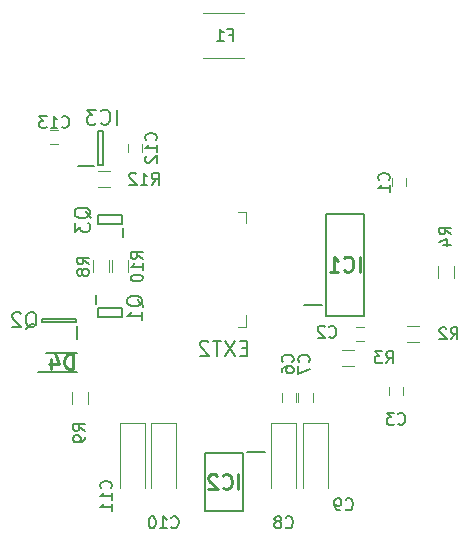
<source format=gbo>
G04 #@! TF.FileFunction,Legend,Bot*
%FSLAX46Y46*%
G04 Gerber Fmt 4.6, Leading zero omitted, Abs format (unit mm)*
G04 Created by KiCad (PCBNEW 4.0.7) date 06/27/18 00:10:41*
%MOMM*%
%LPD*%
G01*
G04 APERTURE LIST*
%ADD10C,0.150000*%
%ADD11C,0.120000*%
%ADD12C,0.200000*%
%ADD13C,0.100000*%
%ADD14C,0.254000*%
G04 APERTURE END LIST*
D10*
D11*
X162620000Y-97262200D02*
X162620000Y-97962200D01*
X163820000Y-97962200D02*
X163820000Y-97262200D01*
X162366000Y-114915000D02*
X162366000Y-115615000D01*
X163566000Y-115615000D02*
X163566000Y-114915000D01*
X153265000Y-115469000D02*
X153265000Y-116169000D01*
X154465000Y-116169000D02*
X154465000Y-115469000D01*
X154683000Y-115486000D02*
X154683000Y-116186000D01*
X155883000Y-116186000D02*
X155883000Y-115486000D01*
X146631000Y-83286200D02*
X150091000Y-83286200D01*
X146631000Y-87046200D02*
X150091000Y-87046200D01*
D12*
X149961000Y-120561000D02*
X146761000Y-120561000D01*
X146761000Y-120561000D02*
X146761000Y-125463000D01*
X146761000Y-125463000D02*
X149961000Y-125463000D01*
X149961000Y-125463000D02*
X149961000Y-120561000D01*
X151836000Y-120432000D02*
X150311000Y-120432000D01*
X137747000Y-96141200D02*
X138147000Y-96141200D01*
X138147000Y-96141200D02*
X138147000Y-93241200D01*
X138147000Y-93241200D02*
X137747000Y-93241200D01*
X137747000Y-93241200D02*
X137747000Y-96141200D01*
X135997000Y-96191200D02*
X137397000Y-96191200D01*
X139709000Y-101162000D02*
X139709000Y-100412000D01*
X139709000Y-100412000D02*
X137709000Y-100412000D01*
X137709000Y-100412000D02*
X137709000Y-101162000D01*
X137709000Y-101162000D02*
X139709000Y-101162000D01*
X139859000Y-102262000D02*
X139859000Y-101512000D01*
D11*
X164863000Y-109759000D02*
X163863000Y-109759000D01*
X163863000Y-111119000D02*
X164863000Y-111119000D01*
X159402000Y-111791000D02*
X158402000Y-111791000D01*
X158402000Y-113151000D02*
X159402000Y-113151000D01*
X167837000Y-105732000D02*
X167837000Y-104732000D01*
X166477000Y-104732000D02*
X166477000Y-105732000D01*
X138627000Y-105224000D02*
X138627000Y-104224000D01*
X137267000Y-104224000D02*
X137267000Y-105224000D01*
X136849000Y-116400000D02*
X136849000Y-115400000D01*
X135489000Y-115400000D02*
X135489000Y-116400000D01*
X138918000Y-104224000D02*
X138918000Y-105224000D01*
X140278000Y-105224000D02*
X140278000Y-104224000D01*
X137701000Y-98038200D02*
X138701000Y-98038200D01*
X138701000Y-96678200D02*
X137701000Y-96678200D01*
X160268000Y-109839000D02*
X159568000Y-109839000D01*
X159568000Y-111039000D02*
X160268000Y-111039000D01*
X152391000Y-117969000D02*
X152391000Y-123469000D01*
X154491000Y-117969000D02*
X154491000Y-123469000D01*
X152391000Y-117969000D02*
X154491000Y-117969000D01*
X155058000Y-117969000D02*
X155058000Y-123469000D01*
X157158000Y-117969000D02*
X157158000Y-123469000D01*
X155058000Y-117969000D02*
X157158000Y-117969000D01*
X142231000Y-117969000D02*
X142231000Y-123469000D01*
X144331000Y-117969000D02*
X144331000Y-123469000D01*
X142231000Y-117969000D02*
X144331000Y-117969000D01*
X139564000Y-117969000D02*
X139564000Y-123469000D01*
X141664000Y-117969000D02*
X141664000Y-123469000D01*
X139564000Y-117969000D02*
X141664000Y-117969000D01*
X140268000Y-94341200D02*
X140268000Y-95041200D01*
X141468000Y-95041200D02*
X141468000Y-94341200D01*
X134360000Y-93202200D02*
X133660000Y-93202200D01*
X133660000Y-94402200D02*
X134360000Y-94402200D01*
D12*
X132595000Y-113652000D02*
X135945000Y-113652000D01*
X133345000Y-112052000D02*
X135945000Y-112052000D01*
D13*
X149561000Y-100128000D02*
X150261000Y-100128000D01*
X150261000Y-100128000D02*
X150261000Y-101078000D01*
X149561000Y-109828000D02*
X150261000Y-109828000D01*
X150261000Y-109828000D02*
X150261000Y-108878000D01*
D12*
X137709000Y-108286000D02*
X137709000Y-109036000D01*
X137709000Y-109036000D02*
X139709000Y-109036000D01*
X139709000Y-109036000D02*
X139709000Y-108286000D01*
X139709000Y-108286000D02*
X137709000Y-108286000D01*
X137559000Y-107186000D02*
X137559000Y-107936000D01*
X135841000Y-109446000D02*
X135841000Y-109146000D01*
X135841000Y-109146000D02*
X132941000Y-109146000D01*
X132941000Y-109146000D02*
X132941000Y-109446000D01*
X132941000Y-109446000D02*
X135841000Y-109446000D01*
X135926000Y-110896000D02*
X135926000Y-109796000D01*
X157048000Y-108921000D02*
X160248000Y-108921000D01*
X160248000Y-108921000D02*
X160248000Y-100273000D01*
X160248000Y-100273000D02*
X157048000Y-100273000D01*
X157048000Y-100273000D02*
X157048000Y-108921000D01*
X155173000Y-108022000D02*
X156699000Y-108022000D01*
D10*
X162327143Y-97445534D02*
X162374762Y-97397915D01*
X162422381Y-97255058D01*
X162422381Y-97159820D01*
X162374762Y-97016962D01*
X162279524Y-96921724D01*
X162184286Y-96874105D01*
X161993810Y-96826486D01*
X161850952Y-96826486D01*
X161660476Y-96874105D01*
X161565238Y-96921724D01*
X161470000Y-97016962D01*
X161422381Y-97159820D01*
X161422381Y-97255058D01*
X161470000Y-97397915D01*
X161517619Y-97445534D01*
X162422381Y-98397915D02*
X162422381Y-97826486D01*
X162422381Y-98112200D02*
X161422381Y-98112200D01*
X161565238Y-98016962D01*
X161660476Y-97921724D01*
X161708095Y-97826486D01*
X163132666Y-118035143D02*
X163180285Y-118082762D01*
X163323142Y-118130381D01*
X163418380Y-118130381D01*
X163561238Y-118082762D01*
X163656476Y-117987524D01*
X163704095Y-117892286D01*
X163751714Y-117701810D01*
X163751714Y-117558952D01*
X163704095Y-117368476D01*
X163656476Y-117273238D01*
X163561238Y-117178000D01*
X163418380Y-117130381D01*
X163323142Y-117130381D01*
X163180285Y-117178000D01*
X163132666Y-117225619D01*
X162799333Y-117130381D02*
X162180285Y-117130381D01*
X162513619Y-117511333D01*
X162370761Y-117511333D01*
X162275523Y-117558952D01*
X162227904Y-117606571D01*
X162180285Y-117701810D01*
X162180285Y-117939905D01*
X162227904Y-118035143D01*
X162275523Y-118082762D01*
X162370761Y-118130381D01*
X162656476Y-118130381D01*
X162751714Y-118082762D01*
X162799333Y-118035143D01*
X154179143Y-112812334D02*
X154226762Y-112764715D01*
X154274381Y-112621858D01*
X154274381Y-112526620D01*
X154226762Y-112383762D01*
X154131524Y-112288524D01*
X154036286Y-112240905D01*
X153845810Y-112193286D01*
X153702952Y-112193286D01*
X153512476Y-112240905D01*
X153417238Y-112288524D01*
X153322000Y-112383762D01*
X153274381Y-112526620D01*
X153274381Y-112621858D01*
X153322000Y-112764715D01*
X153369619Y-112812334D01*
X153274381Y-113669477D02*
X153274381Y-113479000D01*
X153322000Y-113383762D01*
X153369619Y-113336143D01*
X153512476Y-113240905D01*
X153702952Y-113193286D01*
X154083905Y-113193286D01*
X154179143Y-113240905D01*
X154226762Y-113288524D01*
X154274381Y-113383762D01*
X154274381Y-113574239D01*
X154226762Y-113669477D01*
X154179143Y-113717096D01*
X154083905Y-113764715D01*
X153845810Y-113764715D01*
X153750571Y-113717096D01*
X153702952Y-113669477D01*
X153655333Y-113574239D01*
X153655333Y-113383762D01*
X153702952Y-113288524D01*
X153750571Y-113240905D01*
X153845810Y-113193286D01*
X155576143Y-112812334D02*
X155623762Y-112764715D01*
X155671381Y-112621858D01*
X155671381Y-112526620D01*
X155623762Y-112383762D01*
X155528524Y-112288524D01*
X155433286Y-112240905D01*
X155242810Y-112193286D01*
X155099952Y-112193286D01*
X154909476Y-112240905D01*
X154814238Y-112288524D01*
X154719000Y-112383762D01*
X154671381Y-112526620D01*
X154671381Y-112621858D01*
X154719000Y-112764715D01*
X154766619Y-112812334D01*
X154671381Y-113145667D02*
X154671381Y-113812334D01*
X155671381Y-113383762D01*
X148821333Y-85094771D02*
X149154667Y-85094771D01*
X149154667Y-85618581D02*
X149154667Y-84618581D01*
X148678476Y-84618581D01*
X147773714Y-85618581D02*
X148345143Y-85618581D01*
X148059429Y-85618581D02*
X148059429Y-84618581D01*
X148154667Y-84761438D01*
X148249905Y-84856676D01*
X148345143Y-84904295D01*
D14*
X149600762Y-123586524D02*
X149600762Y-122316524D01*
X148270286Y-123465571D02*
X148330762Y-123526048D01*
X148512191Y-123586524D01*
X148633143Y-123586524D01*
X148814571Y-123526048D01*
X148935524Y-123405095D01*
X148996000Y-123284143D01*
X149056476Y-123042238D01*
X149056476Y-122860810D01*
X148996000Y-122618905D01*
X148935524Y-122497952D01*
X148814571Y-122377000D01*
X148633143Y-122316524D01*
X148512191Y-122316524D01*
X148330762Y-122377000D01*
X148270286Y-122437476D01*
X147786476Y-122437476D02*
X147726000Y-122377000D01*
X147605048Y-122316524D01*
X147302667Y-122316524D01*
X147181714Y-122377000D01*
X147121238Y-122437476D01*
X147060762Y-122558429D01*
X147060762Y-122679381D01*
X147121238Y-122860810D01*
X147846952Y-123586524D01*
X147060762Y-123586524D01*
D10*
X139313762Y-92725724D02*
X139313762Y-91455724D01*
X137983286Y-92604771D02*
X138043762Y-92665248D01*
X138225191Y-92725724D01*
X138346143Y-92725724D01*
X138527571Y-92665248D01*
X138648524Y-92544295D01*
X138709000Y-92423343D01*
X138769476Y-92181438D01*
X138769476Y-92000010D01*
X138709000Y-91758105D01*
X138648524Y-91637152D01*
X138527571Y-91516200D01*
X138346143Y-91455724D01*
X138225191Y-91455724D01*
X138043762Y-91516200D01*
X137983286Y-91576676D01*
X137559952Y-91455724D02*
X136773762Y-91455724D01*
X137197095Y-91939533D01*
X137015667Y-91939533D01*
X136894714Y-92000010D01*
X136834238Y-92060486D01*
X136773762Y-92181438D01*
X136773762Y-92483819D01*
X136834238Y-92604771D01*
X136894714Y-92665248D01*
X137015667Y-92725724D01*
X137378524Y-92725724D01*
X137499476Y-92665248D01*
X137559952Y-92604771D01*
X137118476Y-100666048D02*
X137058000Y-100545095D01*
X136937048Y-100424143D01*
X136755619Y-100242714D01*
X136695143Y-100121762D01*
X136695143Y-100000810D01*
X136997524Y-100061286D02*
X136937048Y-99940333D01*
X136816095Y-99819381D01*
X136574190Y-99758905D01*
X136150857Y-99758905D01*
X135908952Y-99819381D01*
X135788000Y-99940333D01*
X135727524Y-100061286D01*
X135727524Y-100303190D01*
X135788000Y-100424143D01*
X135908952Y-100545095D01*
X136150857Y-100605571D01*
X136574190Y-100605571D01*
X136816095Y-100545095D01*
X136937048Y-100424143D01*
X136997524Y-100303190D01*
X136997524Y-100061286D01*
X135727524Y-101028905D02*
X135727524Y-101815095D01*
X136211333Y-101391762D01*
X136211333Y-101573190D01*
X136271810Y-101694143D01*
X136332286Y-101754619D01*
X136453238Y-101815095D01*
X136755619Y-101815095D01*
X136876571Y-101754619D01*
X136937048Y-101694143D01*
X136997524Y-101573190D01*
X136997524Y-101210333D01*
X136937048Y-101089381D01*
X136876571Y-101028905D01*
X167577666Y-110891381D02*
X167911000Y-110415190D01*
X168149095Y-110891381D02*
X168149095Y-109891381D01*
X167768142Y-109891381D01*
X167672904Y-109939000D01*
X167625285Y-109986619D01*
X167577666Y-110081857D01*
X167577666Y-110224714D01*
X167625285Y-110319952D01*
X167672904Y-110367571D01*
X167768142Y-110415190D01*
X168149095Y-110415190D01*
X167196714Y-109986619D02*
X167149095Y-109939000D01*
X167053857Y-109891381D01*
X166815761Y-109891381D01*
X166720523Y-109939000D01*
X166672904Y-109986619D01*
X166625285Y-110081857D01*
X166625285Y-110177095D01*
X166672904Y-110319952D01*
X167244333Y-110891381D01*
X166625285Y-110891381D01*
X162116666Y-112923381D02*
X162450000Y-112447190D01*
X162688095Y-112923381D02*
X162688095Y-111923381D01*
X162307142Y-111923381D01*
X162211904Y-111971000D01*
X162164285Y-112018619D01*
X162116666Y-112113857D01*
X162116666Y-112256714D01*
X162164285Y-112351952D01*
X162211904Y-112399571D01*
X162307142Y-112447190D01*
X162688095Y-112447190D01*
X161783333Y-111923381D02*
X161164285Y-111923381D01*
X161497619Y-112304333D01*
X161354761Y-112304333D01*
X161259523Y-112351952D01*
X161211904Y-112399571D01*
X161164285Y-112494810D01*
X161164285Y-112732905D01*
X161211904Y-112828143D01*
X161259523Y-112875762D01*
X161354761Y-112923381D01*
X161640476Y-112923381D01*
X161735714Y-112875762D01*
X161783333Y-112828143D01*
X167609381Y-102017334D02*
X167133190Y-101684000D01*
X167609381Y-101445905D02*
X166609381Y-101445905D01*
X166609381Y-101826858D01*
X166657000Y-101922096D01*
X166704619Y-101969715D01*
X166799857Y-102017334D01*
X166942714Y-102017334D01*
X167037952Y-101969715D01*
X167085571Y-101922096D01*
X167133190Y-101826858D01*
X167133190Y-101445905D01*
X166942714Y-102874477D02*
X167609381Y-102874477D01*
X166561762Y-102636381D02*
X167276048Y-102398286D01*
X167276048Y-103017334D01*
X136949381Y-104557334D02*
X136473190Y-104224000D01*
X136949381Y-103985905D02*
X135949381Y-103985905D01*
X135949381Y-104366858D01*
X135997000Y-104462096D01*
X136044619Y-104509715D01*
X136139857Y-104557334D01*
X136282714Y-104557334D01*
X136377952Y-104509715D01*
X136425571Y-104462096D01*
X136473190Y-104366858D01*
X136473190Y-103985905D01*
X136377952Y-105128762D02*
X136330333Y-105033524D01*
X136282714Y-104985905D01*
X136187476Y-104938286D01*
X136139857Y-104938286D01*
X136044619Y-104985905D01*
X135997000Y-105033524D01*
X135949381Y-105128762D01*
X135949381Y-105319239D01*
X135997000Y-105414477D01*
X136044619Y-105462096D01*
X136139857Y-105509715D01*
X136187476Y-105509715D01*
X136282714Y-105462096D01*
X136330333Y-105414477D01*
X136377952Y-105319239D01*
X136377952Y-105128762D01*
X136425571Y-105033524D01*
X136473190Y-104985905D01*
X136568429Y-104938286D01*
X136758905Y-104938286D01*
X136854143Y-104985905D01*
X136901762Y-105033524D01*
X136949381Y-105128762D01*
X136949381Y-105319239D01*
X136901762Y-105414477D01*
X136854143Y-105462096D01*
X136758905Y-105509715D01*
X136568429Y-105509715D01*
X136473190Y-105462096D01*
X136425571Y-105414477D01*
X136377952Y-105319239D01*
X136621381Y-118654334D02*
X136145190Y-118321000D01*
X136621381Y-118082905D02*
X135621381Y-118082905D01*
X135621381Y-118463858D01*
X135669000Y-118559096D01*
X135716619Y-118606715D01*
X135811857Y-118654334D01*
X135954714Y-118654334D01*
X136049952Y-118606715D01*
X136097571Y-118559096D01*
X136145190Y-118463858D01*
X136145190Y-118082905D01*
X136621381Y-119130524D02*
X136621381Y-119321000D01*
X136573762Y-119416239D01*
X136526143Y-119463858D01*
X136383286Y-119559096D01*
X136192810Y-119606715D01*
X135811857Y-119606715D01*
X135716619Y-119559096D01*
X135669000Y-119511477D01*
X135621381Y-119416239D01*
X135621381Y-119225762D01*
X135669000Y-119130524D01*
X135716619Y-119082905D01*
X135811857Y-119035286D01*
X136049952Y-119035286D01*
X136145190Y-119082905D01*
X136192810Y-119130524D01*
X136240429Y-119225762D01*
X136240429Y-119416239D01*
X136192810Y-119511477D01*
X136145190Y-119559096D01*
X136049952Y-119606715D01*
X141500381Y-104081143D02*
X141024190Y-103747809D01*
X141500381Y-103509714D02*
X140500381Y-103509714D01*
X140500381Y-103890667D01*
X140548000Y-103985905D01*
X140595619Y-104033524D01*
X140690857Y-104081143D01*
X140833714Y-104081143D01*
X140928952Y-104033524D01*
X140976571Y-103985905D01*
X141024190Y-103890667D01*
X141024190Y-103509714D01*
X141500381Y-105033524D02*
X141500381Y-104462095D01*
X141500381Y-104747809D02*
X140500381Y-104747809D01*
X140643238Y-104652571D01*
X140738476Y-104557333D01*
X140786095Y-104462095D01*
X140500381Y-105652571D02*
X140500381Y-105747810D01*
X140548000Y-105843048D01*
X140595619Y-105890667D01*
X140690857Y-105938286D01*
X140881333Y-105985905D01*
X141119429Y-105985905D01*
X141309905Y-105938286D01*
X141405143Y-105890667D01*
X141452762Y-105843048D01*
X141500381Y-105747810D01*
X141500381Y-105652571D01*
X141452762Y-105557333D01*
X141405143Y-105509714D01*
X141309905Y-105462095D01*
X141119429Y-105414476D01*
X140881333Y-105414476D01*
X140690857Y-105462095D01*
X140595619Y-105509714D01*
X140548000Y-105557333D01*
X140500381Y-105652571D01*
X142272857Y-97810581D02*
X142606191Y-97334390D01*
X142844286Y-97810581D02*
X142844286Y-96810581D01*
X142463333Y-96810581D01*
X142368095Y-96858200D01*
X142320476Y-96905819D01*
X142272857Y-97001057D01*
X142272857Y-97143914D01*
X142320476Y-97239152D01*
X142368095Y-97286771D01*
X142463333Y-97334390D01*
X142844286Y-97334390D01*
X141320476Y-97810581D02*
X141891905Y-97810581D01*
X141606191Y-97810581D02*
X141606191Y-96810581D01*
X141701429Y-96953438D01*
X141796667Y-97048676D01*
X141891905Y-97096295D01*
X140939524Y-96905819D02*
X140891905Y-96858200D01*
X140796667Y-96810581D01*
X140558571Y-96810581D01*
X140463333Y-96858200D01*
X140415714Y-96905819D01*
X140368095Y-97001057D01*
X140368095Y-97096295D01*
X140415714Y-97239152D01*
X140987143Y-97810581D01*
X140368095Y-97810581D01*
X157290666Y-110669143D02*
X157338285Y-110716762D01*
X157481142Y-110764381D01*
X157576380Y-110764381D01*
X157719238Y-110716762D01*
X157814476Y-110621524D01*
X157862095Y-110526286D01*
X157909714Y-110335810D01*
X157909714Y-110192952D01*
X157862095Y-110002476D01*
X157814476Y-109907238D01*
X157719238Y-109812000D01*
X157576380Y-109764381D01*
X157481142Y-109764381D01*
X157338285Y-109812000D01*
X157290666Y-109859619D01*
X156909714Y-109859619D02*
X156862095Y-109812000D01*
X156766857Y-109764381D01*
X156528761Y-109764381D01*
X156433523Y-109812000D01*
X156385904Y-109859619D01*
X156338285Y-109954857D01*
X156338285Y-110050095D01*
X156385904Y-110192952D01*
X156957333Y-110764381D01*
X156338285Y-110764381D01*
X153607666Y-126798143D02*
X153655285Y-126845762D01*
X153798142Y-126893381D01*
X153893380Y-126893381D01*
X154036238Y-126845762D01*
X154131476Y-126750524D01*
X154179095Y-126655286D01*
X154226714Y-126464810D01*
X154226714Y-126321952D01*
X154179095Y-126131476D01*
X154131476Y-126036238D01*
X154036238Y-125941000D01*
X153893380Y-125893381D01*
X153798142Y-125893381D01*
X153655285Y-125941000D01*
X153607666Y-125988619D01*
X153036238Y-126321952D02*
X153131476Y-126274333D01*
X153179095Y-126226714D01*
X153226714Y-126131476D01*
X153226714Y-126083857D01*
X153179095Y-125988619D01*
X153131476Y-125941000D01*
X153036238Y-125893381D01*
X152845761Y-125893381D01*
X152750523Y-125941000D01*
X152702904Y-125988619D01*
X152655285Y-126083857D01*
X152655285Y-126131476D01*
X152702904Y-126226714D01*
X152750523Y-126274333D01*
X152845761Y-126321952D01*
X153036238Y-126321952D01*
X153131476Y-126369571D01*
X153179095Y-126417190D01*
X153226714Y-126512429D01*
X153226714Y-126702905D01*
X153179095Y-126798143D01*
X153131476Y-126845762D01*
X153036238Y-126893381D01*
X152845761Y-126893381D01*
X152750523Y-126845762D01*
X152702904Y-126798143D01*
X152655285Y-126702905D01*
X152655285Y-126512429D01*
X152702904Y-126417190D01*
X152750523Y-126369571D01*
X152845761Y-126321952D01*
X158687666Y-125274143D02*
X158735285Y-125321762D01*
X158878142Y-125369381D01*
X158973380Y-125369381D01*
X159116238Y-125321762D01*
X159211476Y-125226524D01*
X159259095Y-125131286D01*
X159306714Y-124940810D01*
X159306714Y-124797952D01*
X159259095Y-124607476D01*
X159211476Y-124512238D01*
X159116238Y-124417000D01*
X158973380Y-124369381D01*
X158878142Y-124369381D01*
X158735285Y-124417000D01*
X158687666Y-124464619D01*
X158211476Y-125369381D02*
X158021000Y-125369381D01*
X157925761Y-125321762D01*
X157878142Y-125274143D01*
X157782904Y-125131286D01*
X157735285Y-124940810D01*
X157735285Y-124559857D01*
X157782904Y-124464619D01*
X157830523Y-124417000D01*
X157925761Y-124369381D01*
X158116238Y-124369381D01*
X158211476Y-124417000D01*
X158259095Y-124464619D01*
X158306714Y-124559857D01*
X158306714Y-124797952D01*
X158259095Y-124893190D01*
X158211476Y-124940810D01*
X158116238Y-124988429D01*
X157925761Y-124988429D01*
X157830523Y-124940810D01*
X157782904Y-124893190D01*
X157735285Y-124797952D01*
X143923857Y-126798143D02*
X143971476Y-126845762D01*
X144114333Y-126893381D01*
X144209571Y-126893381D01*
X144352429Y-126845762D01*
X144447667Y-126750524D01*
X144495286Y-126655286D01*
X144542905Y-126464810D01*
X144542905Y-126321952D01*
X144495286Y-126131476D01*
X144447667Y-126036238D01*
X144352429Y-125941000D01*
X144209571Y-125893381D01*
X144114333Y-125893381D01*
X143971476Y-125941000D01*
X143923857Y-125988619D01*
X142971476Y-126893381D02*
X143542905Y-126893381D01*
X143257191Y-126893381D02*
X143257191Y-125893381D01*
X143352429Y-126036238D01*
X143447667Y-126131476D01*
X143542905Y-126179095D01*
X142352429Y-125893381D02*
X142257190Y-125893381D01*
X142161952Y-125941000D01*
X142114333Y-125988619D01*
X142066714Y-126083857D01*
X142019095Y-126274333D01*
X142019095Y-126512429D01*
X142066714Y-126702905D01*
X142114333Y-126798143D01*
X142161952Y-126845762D01*
X142257190Y-126893381D01*
X142352429Y-126893381D01*
X142447667Y-126845762D01*
X142495286Y-126798143D01*
X142542905Y-126702905D01*
X142590524Y-126512429D01*
X142590524Y-126274333D01*
X142542905Y-126083857D01*
X142495286Y-125988619D01*
X142447667Y-125941000D01*
X142352429Y-125893381D01*
X138812143Y-123512143D02*
X138859762Y-123464524D01*
X138907381Y-123321667D01*
X138907381Y-123226429D01*
X138859762Y-123083571D01*
X138764524Y-122988333D01*
X138669286Y-122940714D01*
X138478810Y-122893095D01*
X138335952Y-122893095D01*
X138145476Y-122940714D01*
X138050238Y-122988333D01*
X137955000Y-123083571D01*
X137907381Y-123226429D01*
X137907381Y-123321667D01*
X137955000Y-123464524D01*
X138002619Y-123512143D01*
X138907381Y-124464524D02*
X138907381Y-123893095D01*
X138907381Y-124178809D02*
X137907381Y-124178809D01*
X138050238Y-124083571D01*
X138145476Y-123988333D01*
X138193095Y-123893095D01*
X138907381Y-125416905D02*
X138907381Y-124845476D01*
X138907381Y-125131190D02*
X137907381Y-125131190D01*
X138050238Y-125035952D01*
X138145476Y-124940714D01*
X138193095Y-124845476D01*
X142622143Y-94048343D02*
X142669762Y-94000724D01*
X142717381Y-93857867D01*
X142717381Y-93762629D01*
X142669762Y-93619771D01*
X142574524Y-93524533D01*
X142479286Y-93476914D01*
X142288810Y-93429295D01*
X142145952Y-93429295D01*
X141955476Y-93476914D01*
X141860238Y-93524533D01*
X141765000Y-93619771D01*
X141717381Y-93762629D01*
X141717381Y-93857867D01*
X141765000Y-94000724D01*
X141812619Y-94048343D01*
X142717381Y-95000724D02*
X142717381Y-94429295D01*
X142717381Y-94715009D02*
X141717381Y-94715009D01*
X141860238Y-94619771D01*
X141955476Y-94524533D01*
X142003095Y-94429295D01*
X141812619Y-95381676D02*
X141765000Y-95429295D01*
X141717381Y-95524533D01*
X141717381Y-95762629D01*
X141765000Y-95857867D01*
X141812619Y-95905486D01*
X141907857Y-95953105D01*
X142003095Y-95953105D01*
X142145952Y-95905486D01*
X142717381Y-95334057D01*
X142717381Y-95953105D01*
X134652857Y-92909343D02*
X134700476Y-92956962D01*
X134843333Y-93004581D01*
X134938571Y-93004581D01*
X135081429Y-92956962D01*
X135176667Y-92861724D01*
X135224286Y-92766486D01*
X135271905Y-92576010D01*
X135271905Y-92433152D01*
X135224286Y-92242676D01*
X135176667Y-92147438D01*
X135081429Y-92052200D01*
X134938571Y-92004581D01*
X134843333Y-92004581D01*
X134700476Y-92052200D01*
X134652857Y-92099819D01*
X133700476Y-93004581D02*
X134271905Y-93004581D01*
X133986191Y-93004581D02*
X133986191Y-92004581D01*
X134081429Y-92147438D01*
X134176667Y-92242676D01*
X134271905Y-92290295D01*
X133367143Y-92004581D02*
X132748095Y-92004581D01*
X133081429Y-92385533D01*
X132938571Y-92385533D01*
X132843333Y-92433152D01*
X132795714Y-92480771D01*
X132748095Y-92576010D01*
X132748095Y-92814105D01*
X132795714Y-92909343D01*
X132843333Y-92956962D01*
X132938571Y-93004581D01*
X133224286Y-93004581D01*
X133319524Y-92956962D01*
X133367143Y-92909343D01*
D14*
X135582381Y-113426524D02*
X135582381Y-112156524D01*
X135280000Y-112156524D01*
X135098572Y-112217000D01*
X134977619Y-112337952D01*
X134917143Y-112458905D01*
X134856667Y-112700810D01*
X134856667Y-112882238D01*
X134917143Y-113124143D01*
X134977619Y-113245095D01*
X135098572Y-113366048D01*
X135280000Y-113426524D01*
X135582381Y-113426524D01*
X133768095Y-112579857D02*
X133768095Y-113426524D01*
X134070476Y-112096048D02*
X134372857Y-113003190D01*
X133586667Y-113003190D01*
D10*
X150326476Y-111618286D02*
X149903143Y-111618286D01*
X149721714Y-112283524D02*
X150326476Y-112283524D01*
X150326476Y-111013524D01*
X149721714Y-111013524D01*
X149298380Y-111013524D02*
X148451714Y-112283524D01*
X148451714Y-111013524D02*
X149298380Y-112283524D01*
X148149333Y-111013524D02*
X147423618Y-111013524D01*
X147786475Y-112283524D02*
X147786475Y-111013524D01*
X147060761Y-111134476D02*
X147000285Y-111074000D01*
X146879333Y-111013524D01*
X146576952Y-111013524D01*
X146455999Y-111074000D01*
X146395523Y-111134476D01*
X146335047Y-111255429D01*
X146335047Y-111376381D01*
X146395523Y-111557810D01*
X147121237Y-112283524D01*
X146335047Y-112283524D01*
X141563476Y-108159048D02*
X141503000Y-108038095D01*
X141382048Y-107917143D01*
X141200619Y-107735714D01*
X141140143Y-107614762D01*
X141140143Y-107493810D01*
X141442524Y-107554286D02*
X141382048Y-107433333D01*
X141261095Y-107312381D01*
X141019190Y-107251905D01*
X140595857Y-107251905D01*
X140353952Y-107312381D01*
X140233000Y-107433333D01*
X140172524Y-107554286D01*
X140172524Y-107796190D01*
X140233000Y-107917143D01*
X140353952Y-108038095D01*
X140595857Y-108098571D01*
X141019190Y-108098571D01*
X141261095Y-108038095D01*
X141382048Y-107917143D01*
X141442524Y-107796190D01*
X141442524Y-107554286D01*
X141442524Y-109308095D02*
X141442524Y-108582381D01*
X141442524Y-108945238D02*
X140172524Y-108945238D01*
X140353952Y-108824286D01*
X140474905Y-108703333D01*
X140535381Y-108582381D01*
X131590952Y-109991476D02*
X131711905Y-109931000D01*
X131832857Y-109810048D01*
X132014286Y-109628619D01*
X132135238Y-109568143D01*
X132256190Y-109568143D01*
X132195714Y-109870524D02*
X132316667Y-109810048D01*
X132437619Y-109689095D01*
X132498095Y-109447190D01*
X132498095Y-109023857D01*
X132437619Y-108781952D01*
X132316667Y-108661000D01*
X132195714Y-108600524D01*
X131953810Y-108600524D01*
X131832857Y-108661000D01*
X131711905Y-108781952D01*
X131651429Y-109023857D01*
X131651429Y-109447190D01*
X131711905Y-109689095D01*
X131832857Y-109810048D01*
X131953810Y-109870524D01*
X132195714Y-109870524D01*
X131167619Y-108721476D02*
X131107143Y-108661000D01*
X130986191Y-108600524D01*
X130683810Y-108600524D01*
X130562857Y-108661000D01*
X130502381Y-108721476D01*
X130441905Y-108842429D01*
X130441905Y-108963381D01*
X130502381Y-109144810D01*
X131228095Y-109870524D01*
X130441905Y-109870524D01*
D14*
X159887762Y-105171524D02*
X159887762Y-103901524D01*
X158557286Y-105050571D02*
X158617762Y-105111048D01*
X158799191Y-105171524D01*
X158920143Y-105171524D01*
X159101571Y-105111048D01*
X159222524Y-104990095D01*
X159283000Y-104869143D01*
X159343476Y-104627238D01*
X159343476Y-104445810D01*
X159283000Y-104203905D01*
X159222524Y-104082952D01*
X159101571Y-103962000D01*
X158920143Y-103901524D01*
X158799191Y-103901524D01*
X158617762Y-103962000D01*
X158557286Y-104022476D01*
X157347762Y-105171524D02*
X158073476Y-105171524D01*
X157710619Y-105171524D02*
X157710619Y-103901524D01*
X157831571Y-104082952D01*
X157952524Y-104203905D01*
X158073476Y-104264381D01*
M02*

</source>
